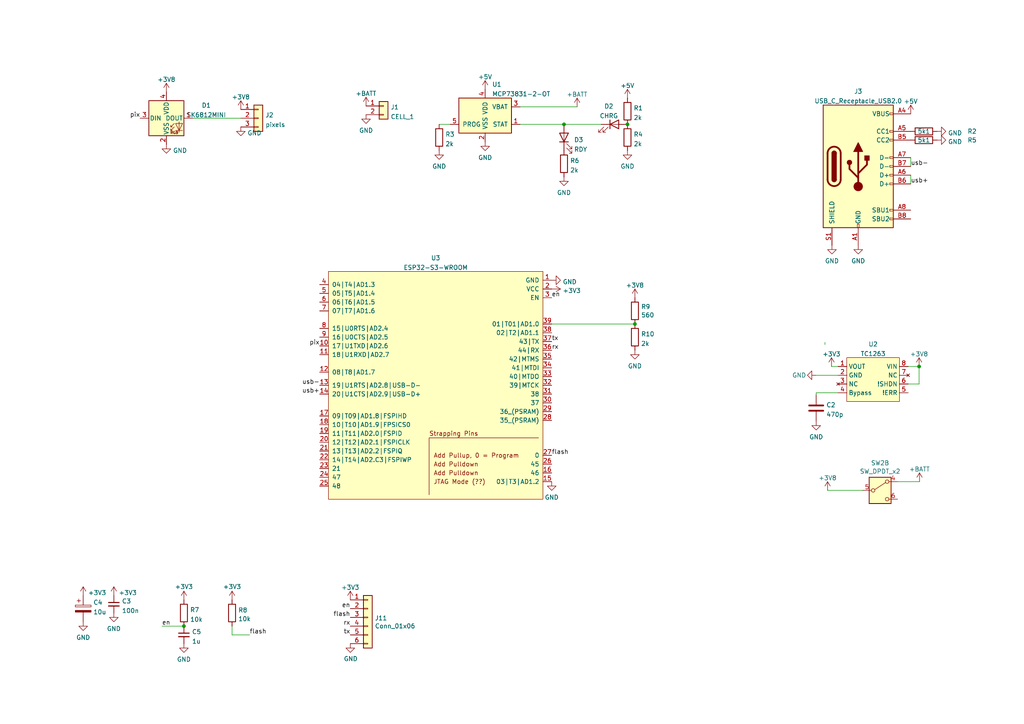
<source format=kicad_sch>
(kicad_sch (version 20231120) (generator "eeschema") (generator_version "8.0")
  (paper "A4")
  (lib_symbols
    (symbol "0_aaaaa_yeah:R" (pin_numbers hide) (pin_names (offset 0))
      (property "Reference" "R" (at 2.032 0 90))
      (property "Value" "R" (at 0 0 90))
      (symbol "R_0_1"
        (rectangle (start -1.016 -2.54) (end 1.016 2.54) (stroke (width 0.254)))
      )
      (symbol "R_1_1"
        (pin passive line (at 0 3.81 270) (length 1.27) (name "~") (number "1"))
        (pin passive line (at 0 -3.81 90) (length 1.27) (name "~") (number "2"))
      )
    )
    (symbol "AnymaLib-06:ESP32-S3-WROOM" (pin_names (offset 1.016))
      (property "Reference" "U" (at -29.21 -35.56 0))
      (property "Value" "ESP32-S3-WROOM" (at 0 34.29 0))
      (symbol "ESP32-S3-WROOM_0_0"
        (text "Add Pulldown" (at -1.27 -25.4 0) (effects (font (size 1.27 1.27)) (justify left)))
        (text "Add Pulldown" (at -1.27 -22.86 0) (effects (font (size 1.27 1.27)) (justify left)))
        (text "Add Pullup, 0 = Program" (at -1.27 -20.32 0) (effects (font (size 1.27 1.27)) (justify left)))
        (text "JTAG Mode (??)" (at -1.27 -27.94 0) (effects (font (size 1.27 1.27)) (justify left)))
        (text "Strapping Pins" (at -2.54 -13.97 0) (effects (font (size 1.27 1.27)) (justify left)))
      )
      (symbol "ESP32-S3-WROOM_0_1"
        (rectangle (start -31.75 33.02) (end 30.48 -33.02) (stroke (width 0.1524)) (fill (type background)))
        (polyline (pts (xy 29.21 -15.24) (xy -2.54 -15.24) (xy -2.54 -31.75)) (stroke (width 0.1524)))
      )
      (symbol "ESP32-S3-WROOM_1_1"
        (pin input line (at 33.02 30.48 180) (length 2.54) (name "GND") (number "1"))
        (pin input line (at -34.29 11.43 0) (length 2.54) (name "17|U1TXD|AD2.6") (number "10"))
        (pin input line (at -34.29 8.89 0) (length 2.54) (name "18|U1RXD|AD2.7") (number "11"))
        (pin input line (at -34.29 3.81 0) (length 2.54) (name "08|T8|AD1.7") (number "12"))
        (pin input line (at -34.29 0 0) (length 2.54) (name "19|U1RTS|AD2.8|USB-D-") (number "13"))
        (pin input line (at -34.29 -2.54 0) (length 2.54) (name "20|U1CTS|AD2.9|USB-D+") (number "14"))
        (pin input line (at 33.02 -27.94 180) (length 2.54) (name "03|T3|AD1.2") (number "15"))
        (pin input line (at 33.02 -25.4 180) (length 2.54) (name "46") (number "16"))
        (pin input line (at -34.29 -8.89 0) (length 2.54) (name "09|T09|AD1.8|FSPIHD") (number "17"))
        (pin input line (at -34.29 -11.43 0) (length 2.54) (name "10|T10|AD1.9|FPSICS0") (number "18"))
        (pin input line (at -34.29 -13.97 0) (length 2.54) (name "11|T11|AD2.0|FSPID") (number "19"))
        (pin input line (at 33.02 27.94 180) (length 2.54) (name "VCC") (number "2"))
        (pin input line (at -34.29 -16.51 0) (length 2.54) (name "12|T12|AD2.1|FSPICLK") (number "20"))
        (pin input line (at -34.29 -19.05 0) (length 2.54) (name "13|T13|AD2.2|FSPIQ") (number "21"))
        (pin input line (at -34.29 -21.59 0) (length 2.54) (name "14|T14|AD2.C3|FSPIWP") (number "22"))
        (pin input line (at -34.29 -24.13 0) (length 2.54) (name "21") (number "23"))
        (pin input line (at -34.29 -26.67 0) (length 2.54) (name "47") (number "24"))
        (pin input line (at -34.29 -29.21 0) (length 2.54) (name "48") (number "25"))
        (pin input line (at 33.02 -22.86 180) (length 2.54) (name "45") (number "26"))
        (pin input line (at 33.02 -20.32 180) (length 2.54) (name "0") (number "27"))
        (pin input line (at 33.02 -10.16 180) (length 2.54) (name "35_(PSRAM)") (number "28"))
        (pin input line (at 33.02 -7.62 180) (length 2.54) (name "36_(PSRAM)") (number "29"))
        (pin input line (at 33.02 25.4 180) (length 2.54) (name "EN") (number "3"))
        (pin input line (at 33.02 -5.08 180) (length 2.54) (name "37") (number "30"))
        (pin input line (at 33.02 -2.54 180) (length 2.54) (name "38") (number "31"))
        (pin input line (at 33.02 0 180) (length 2.54) (name "39|MTCK") (number "32"))
        (pin input line (at 33.02 2.54 180) (length 2.54) (name "40|MTDO") (number "33"))
        (pin input line (at 33.02 5.08 180) (length 2.54) (name "41|MTDI") (number "34"))
        (pin input line (at 33.02 7.62 180) (length 2.54) (name "42|MTMS") (number "35"))
        (pin input line (at 33.02 10.16 180) (length 2.54) (name "44|RX") (number "36"))
        (pin input line (at 33.02 12.7 180) (length 2.54) (name "43|TX") (number "37"))
        (pin input line (at 33.02 15.24 180) (length 2.54) (name "02|T2|AD1.1") (number "38"))
        (pin input line (at 33.02 17.78 180) (length 2.54) (name "01|T01|AD1.0") (number "39"))
        (pin input line (at -34.29 29.21 0) (length 2.54) (name "04|T4|AD1.3") (number "4"))
        (pin input line (at 33.02 30.48 180) (length 2.54) hide (name "GND") (number "40"))
        (pin input line (at 33.02 30.48 180) (length 2.54) hide (name "GND") (number "41"))
        (pin input line (at -34.29 26.67 0) (length 2.54) (name "05|T5|AD1.4") (number "5"))
        (pin input line (at -34.29 24.13 0) (length 2.54) (name "06|T6|AD1.5") (number "6"))
        (pin input line (at -34.29 21.59 0) (length 2.54) (name "07|T7|AD1.6") (number "7"))
        (pin input line (at -34.29 16.51 0) (length 2.54) (name "15|U0RTS|AD2.4") (number "8"))
        (pin input line (at -34.29 13.97 0) (length 2.54) (name "16|U0CTS|AD2.5") (number "9"))
      )
    )
    (symbol "AnymaLib-06:TC1263"
      (property "Reference" "U" (at 1.27 6.35 0))
      (property "Value" "TC1263" (at 0 -8.89 0))
      (symbol "TC1263_0_1"
        (rectangle (start -7.62 5.08) (end 7.62 -7.62) (stroke (width 0.1524)) (fill (type background)))
      )
      (symbol "TC1263_1_1"
        (pin power_out line (at -10.16 2.54 0) (length 2.54) (name "VOUT") (number "1"))
        (pin power_out line (at -10.16 0 0) (length 2.54) (name "GND") (number "2"))
        (pin no_connect line (at -10.16 -2.54 0) (length 2.54) (name "NC") (number "3"))
        (pin input line (at -10.16 -5.08 0) (length 2.54) (name "Bypass") (number "4"))
        (pin input line (at 10.16 -5.08 180) (length 2.54) (name "!ERR") (number "5"))
        (pin input line (at 10.16 -2.54 180) (length 2.54) (name "!SHDN") (number "6"))
        (pin no_connect line (at 10.16 0 180) (length 2.54) (name "NC") (number "7"))
        (pin power_in line (at 10.16 2.54 180) (length 2.54) (name "VIN") (number "8"))
      )
    )
    (symbol "Battery_Management:MCP73831-2-OT" (pin_names (offset 1.016))
      (property "Reference" "U" (at -7.62 6.35 0))
      (property "Value" "MCP73831-2-OT" (at 1.27 6.35 0))
      (symbol "MCP73831-2-OT_0_1"
        (rectangle (start -7.62 5.08) (end 7.62 -5.08) (stroke (width 0.254)) (fill (type background)))
      )
      (symbol "MCP73831-2-OT_1_1"
        (pin output line (at 10.16 -2.54 180) (length 2.54) (name "STAT") (number "1"))
        (pin power_in line (at 0 -7.62 90) (length 2.54) (name "VSS") (number "2"))
        (pin power_out line (at 10.16 2.54 180) (length 2.54) (name "VBAT") (number "3"))
        (pin power_in line (at 0 7.62 270) (length 2.54) (name "VDD") (number "4"))
        (pin input line (at -10.16 -2.54 0) (length 2.54) (name "PROG") (number "5"))
      )
    )
    (symbol "Connector:USB_C_Receptacle_USB2.0" (pin_names (offset 1.016))
      (property "Reference" "J" (at -10.16 19.05 0))
      (property "Value" "USB_C_Receptacle_USB2.0" (at 19.05 19.05 0))
      (symbol "USB_C_Receptacle_USB2.0_0_0"
        (rectangle (start -0.254 -17.78) (end 0.254 -16.764))
        (rectangle (start 10.16 -14.986) (end 9.144 -15.494))
        (rectangle (start 10.16 -12.446) (end 9.144 -12.954))
        (rectangle (start 10.16 -4.826) (end 9.144 -5.334))
        (rectangle (start 10.16 -2.286) (end 9.144 -2.794))
        (rectangle (start 10.16 0.254) (end 9.144 -0.254))
        (rectangle (start 10.16 2.794) (end 9.144 2.286))
        (rectangle (start 10.16 7.874) (end 9.144 7.366))
        (rectangle (start 10.16 10.414) (end 9.144 9.906))
        (rectangle (start 10.16 15.494) (end 9.144 14.986))
      )
      (symbol "USB_C_Receptacle_USB2.0_0_1"
        (rectangle (start -10.16 17.78) (end 10.16 -17.78) (stroke (width 0.254)) (fill (type background)))
        (arc (start -8.89 -3.81) (mid -6.985 -5.7066) (end -5.08 -3.81) (stroke (width 0.508)))
        (arc (start -7.62 -3.81) (mid -6.985 -4.4422) (end -6.35 -3.81) (stroke (width 0.254)))
        (arc (start -7.62 -3.81) (mid -6.985 -4.4422) (end -6.35 -3.81) (stroke (width 0.254)) (fill (type outline)))
        (rectangle (start -7.62 -3.81) (end -6.35 3.81) (stroke (width 0.254)) (fill (type outline)))
        (arc (start -6.35 3.81) (mid -6.985 4.4422) (end -7.62 3.81) (stroke (width 0.254)))
        (arc (start -6.35 3.81) (mid -6.985 4.4422) (end -7.62 3.81) (stroke (width 0.254)) (fill (type outline)))
        (arc (start -5.08 3.81) (mid -6.985 5.7066) (end -8.89 3.81) (stroke (width 0.508)))
        (circle (center -2.54 1.143) (radius 0.635) (stroke (width 0.254)) (fill (type outline)))
        (circle (center 0 -5.842) (radius 1.27) (fill (type outline)))
        (polyline (pts (xy -8.89 -3.81) (xy -8.89 3.81)) (stroke (width 0.508)))
        (polyline (pts (xy -5.08 3.81) (xy -5.08 -3.81)) (stroke (width 0.508)))
        (polyline (pts (xy 0 -5.842) (xy 0 4.318)) (stroke (width 0.508)))
        (polyline (pts (xy 0 -3.302) (xy -2.54 -0.762) (xy -2.54 0.508)) (stroke (width 0.508)))
        (polyline (pts (xy 0 -2.032) (xy 2.54 0.508) (xy 2.54 1.778)) (stroke (width 0.508)))
        (polyline (pts (xy -1.27 4.318) (xy 0 6.858) (xy 1.27 4.318) (xy -1.27 4.318)) (stroke (width 0.254)) (fill (type outline)))
        (rectangle (start 1.905 1.778) (end 3.175 3.048) (stroke (width 0.254)) (fill (type outline)))
      )
      (symbol "USB_C_Receptacle_USB2.0_1_1"
        (pin passive line (at 0 -22.86 90) (length 5.08) (name "GND") (number "A1"))
        (pin passive line (at 0 -22.86 90) (length 5.08) hide (name "GND") (number "A12"))
        (pin passive line (at 15.24 15.24 180) (length 5.08) (name "VBUS") (number "A4"))
        (pin bidirectional line (at 15.24 10.16 180) (length 5.08) (name "CC1") (number "A5"))
        (pin bidirectional line (at 15.24 -2.54 180) (length 5.08) (name "D+") (number "A6"))
        (pin bidirectional line (at 15.24 2.54 180) (length 5.08) (name "D-") (number "A7"))
        (pin bidirectional line (at 15.24 -12.7 180) (length 5.08) (name "SBU1") (number "A8"))
        (pin passive line (at 15.24 15.24 180) (length 5.08) hide (name "VBUS") (number "A9"))
        (pin passive line (at 0 -22.86 90) (length 5.08) hide (name "GND") (number "B1"))
        (pin passive line (at 0 -22.86 90) (length 5.08) hide (name "GND") (number "B12"))
        (pin passive line (at 15.24 15.24 180) (length 5.08) hide (name "VBUS") (number "B4"))
        (pin bidirectional line (at 15.24 7.62 180) (length 5.08) (name "CC2") (number "B5"))
        (pin bidirectional line (at 15.24 -5.08 180) (length 5.08) (name "D+") (number "B6"))
        (pin bidirectional line (at 15.24 0 180) (length 5.08) (name "D-") (number "B7"))
        (pin bidirectional line (at 15.24 -15.24 180) (length 5.08) (name "SBU2") (number "B8"))
        (pin passive line (at 15.24 15.24 180) (length 5.08) hide (name "VBUS") (number "B9"))
        (pin passive line (at -7.62 -22.86 90) (length 5.08) (name "SHIELD") (number "S1"))
      )
    )
    (symbol "Connector_Generic:Conn_01x02" (pin_names (offset 1.016) hide)
      (property "Reference" "J" (at 0 2.54 0))
      (property "Value" "Conn_01x02" (at 0 -5.08 0))
      (symbol "Conn_01x02_1_1"
        (rectangle (start -1.27 -2.413) (end 0 -2.667) (stroke (width 0.1524)))
        (rectangle (start -1.27 0.127) (end 0 -0.127) (stroke (width 0.1524)))
        (rectangle (start -1.27 1.27) (end 1.27 -3.81) (stroke (width 0.254)) (fill (type background)))
        (pin passive line (at -5.08 0 0) (length 3.81) (name "Pin_1") (number "1"))
        (pin passive line (at -5.08 -2.54 0) (length 3.81) (name "Pin_2") (number "2"))
      )
    )
    (symbol "Connector_Generic:Conn_01x03" (pin_names (offset 1.016) hide)
      (property "Reference" "J" (at 0 5.08 0))
      (property "Value" "Conn_01x03" (at 0 -5.08 0))
      (symbol "Conn_01x03_1_1"
        (rectangle (start -1.27 -2.413) (end 0 -2.667) (stroke (width 0.1524)))
        (rectangle (start -1.27 0.127) (end 0 -0.127) (stroke (width 0.1524)))
        (rectangle (start -1.27 2.667) (end 0 2.413) (stroke (width 0.1524)))
        (rectangle (start -1.27 3.81) (end 1.27 -3.81) (stroke (width 0.254)) (fill (type background)))
        (pin passive line (at -5.08 2.54 0) (length 3.81) (name "Pin_1") (number "1"))
        (pin passive line (at -5.08 0 0) (length 3.81) (name "Pin_2") (number "2"))
        (pin passive line (at -5.08 -2.54 0) (length 3.81) (name "Pin_3") (number "3"))
      )
    )
    (symbol "Connector_Generic:Conn_01x06" (pin_names (offset 1.016) hide)
      (property "Reference" "J" (at 0 7.62 0))
      (property "Value" "Conn_01x06" (at 0 -10.16 0))
      (symbol "Conn_01x06_1_1"
        (rectangle (start -1.27 -7.493) (end 0 -7.747) (stroke (width 0.1524)))
        (rectangle (start -1.27 -4.953) (end 0 -5.207) (stroke (width 0.1524)))
        (rectangle (start -1.27 -2.413) (end 0 -2.667) (stroke (width 0.1524)))
        (rectangle (start -1.27 0.127) (end 0 -0.127) (stroke (width 0.1524)))
        (rectangle (start -1.27 2.667) (end 0 2.413) (stroke (width 0.1524)))
        (rectangle (start -1.27 5.207) (end 0 4.953) (stroke (width 0.1524)))
        (rectangle (start -1.27 6.35) (end 1.27 -8.89) (stroke (width 0.254)) (fill (type background)))
        (pin passive line (at -5.08 5.08 0) (length 3.81) (name "Pin_1") (number "1"))
        (pin passive line (at -5.08 2.54 0) (length 3.81) (name "Pin_2") (number "2"))
        (pin passive line (at -5.08 0 0) (length 3.81) (name "Pin_3") (number "3"))
        (pin passive line (at -5.08 -2.54 0) (length 3.81) (name "Pin_4") (number "4"))
        (pin passive line (at -5.08 -5.08 0) (length 3.81) (name "Pin_5") (number "5"))
        (pin passive line (at -5.08 -7.62 0) (length 3.81) (name "Pin_6") (number "6"))
      )
    )
    (symbol "Device:C" (pin_numbers hide) (pin_names (offset 0.254))
      (property "Reference" "C" (at 0.635 2.54 0))
      (property "Value" "C" (at 0.635 -2.54 0))
      (symbol "C_0_1"
        (polyline (pts (xy -2.032 -0.762) (xy 2.032 -0.762)) (stroke (width 0.508)))
        (polyline (pts (xy -2.032 0.762) (xy 2.032 0.762)) (stroke (width 0.508)))
      )
      (symbol "C_1_1"
        (pin passive line (at 0 3.81 270) (length 2.794) (name "~") (number "1"))
        (pin passive line (at 0 -3.81 90) (length 2.794) (name "~") (number "2"))
      )
    )
    (symbol "Device:LED" (pin_numbers hide) (pin_names (offset 1.016) hide)
      (property "Reference" "D" (at 0 2.54 0))
      (property "Value" "LED" (at 0 -2.54 0))
      (symbol "LED_0_1"
        (polyline (pts (xy -1.27 -1.27) (xy -1.27 1.27)) (stroke (width 0.254)))
        (polyline (pts (xy -1.27 0) (xy 1.27 0)))
        (polyline (pts (xy 1.27 -1.27) (xy 1.27 1.27) (xy -1.27 0) (xy 1.27 -1.27)) (stroke (width 0.254)))
        (polyline (pts (xy -3.048 -0.762) (xy -4.572 -2.286) (xy -3.81 -2.286) (xy -4.572 -2.286) (xy -4.572 -1.524)))
        (polyline (pts (xy -1.778 -0.762) (xy -3.302 -2.286) (xy -2.54 -2.286) (xy -3.302 -2.286) (xy -3.302 -1.524)))
      )
      (symbol "LED_1_1"
        (pin passive line (at -3.81 0 0) (length 2.54) (name "K") (number "1"))
        (pin passive line (at 3.81 0 180) (length 2.54) (name "A") (number "2"))
      )
    )
    (symbol "Device:R" (pin_numbers hide) (pin_names (offset 0))
      (property "Reference" "R" (at 2.032 0 90))
      (property "Value" "R" (at 0 0 90))
      (symbol "R_0_1"
        (rectangle (start -1.016 -2.54) (end 1.016 2.54) (stroke (width 0.254)))
      )
      (symbol "R_1_1"
        (pin passive line (at 0 3.81 270) (length 1.27) (name "~") (number "1"))
        (pin passive line (at 0 -3.81 90) (length 1.27) (name "~") (number "2"))
      )
    )
    (symbol "Switch:SW_DPDT_x2" (pin_names (offset 0) hide)
      (property "Reference" "SW" (at 0 5.08 0))
      (property "Value" "SW_DPDT_x2" (at 0 -5.08 0))
      (symbol "SW_DPDT_x2_0_0"
        (circle (center -2.032 0) (radius 0.508))
        (circle (center 2.032 -2.54) (radius 0.508))
      )
      (symbol "SW_DPDT_x2_0_1"
        (rectangle (start -3.175 3.81) (end 3.175 -3.81) (stroke (width 0.254)) (fill (type background)))
        (polyline (pts (xy -1.524 0.254) (xy 1.5748 2.286)))
        (circle (center 2.032 2.54) (radius 0.508))
      )
      (symbol "SW_DPDT_x2_1_1"
        (pin passive line (at 5.08 2.54 180) (length 2.54) (name "A") (number "1"))
        (pin passive line (at -5.08 0 0) (length 2.54) (name "B") (number "2"))
        (pin passive line (at 5.08 -2.54 180) (length 2.54) (name "C") (number "3"))
      )
      (symbol "SW_DPDT_x2_2_1"
        (pin passive line (at 5.08 2.54 180) (length 2.54) (name "A") (number "4"))
        (pin passive line (at -5.08 0 0) (length 2.54) (name "B") (number "5"))
        (pin passive line (at 5.08 -2.54 180) (length 2.54) (name "C") (number "6"))
      )
    )
    (symbol "nime2020-library:CP" (pin_numbers hide) (pin_names (offset 0.254))
      (property "Reference" "C" (at 0.635 2.54 0))
      (property "Value" "CP" (at 0.635 -2.54 0))
      (symbol "CP_0_1"
        (rectangle (start -2.286 0.508) (end 2.286 1.016))
        (polyline (pts (xy -1.778 2.286) (xy -0.762 2.286)))
        (polyline (pts (xy -1.27 2.794) (xy -1.27 1.778)))
        (rectangle (start 2.286 -0.508) (end -2.286 -1.016) (fill (type outline)))
      )
      (symbol "CP_1_1"
        (pin passive line (at 0 3.81 270) (length 2.794) (name "~") (number "1"))
        (pin passive line (at 0 -3.81 90) (length 2.794) (name "~") (number "2"))
      )
    )
    (symbol "power:+3V3" (power) (pin_names (offset 0))
      (property "Value" "+3V3" (at 0 3.556 0))
      (symbol "+3V3_0_1"
        (polyline (pts (xy -0.762 1.27) (xy 0 2.54)))
        (polyline (pts (xy 0 0) (xy 0 2.54)))
        (polyline (pts (xy 0 2.54) (xy 0.762 1.27)))
      )
      (symbol "+3V3_1_1"
        (pin power_in line (at 0 0 90) (length 0) hide (name "+3V3") (number "1"))
      )
    )
    (symbol "power:+3V8" (power) (pin_names (offset 0))
      (property "Value" "+3V8" (at 0 3.556 0))
      (symbol "+3V8_0_1"
        (polyline (pts (xy -0.762 1.27) (xy 0 2.54)))
        (polyline (pts (xy 0 0) (xy 0 2.54)))
        (polyline (pts (xy 0 2.54) (xy 0.762 1.27)))
      )
      (symbol "+3V8_1_1"
        (pin power_in line (at 0 0 90) (length 0) hide (name "+3V8") (number "1"))
      )
    )
    (symbol "power:+5V" (power) (pin_names (offset 0))
      (property "Value" "+5V" (at 0 3.556 0))
      (symbol "+5V_0_1"
        (polyline (pts (xy -0.762 1.27) (xy 0 2.54)))
        (polyline (pts (xy 0 0) (xy 0 2.54)))
        (polyline (pts (xy 0 2.54) (xy 0.762 1.27)))
      )
      (symbol "+5V_1_1"
        (pin power_in line (at 0 0 90) (length 0) hide (name "+5V") (number "1"))
      )
    )
    (symbol "power:+BATT" (power) (pin_names (offset 0))
      (property "Value" "+BATT" (at 0 3.556 0))
      (symbol "+BATT_0_1"
        (polyline (pts (xy -0.762 1.27) (xy 0 2.54)))
        (polyline (pts (xy 0 0) (xy 0 2.54)))
        (polyline (pts (xy 0 2.54) (xy 0.762 1.27)))
      )
      (symbol "+BATT_1_1"
        (pin power_in line (at 0 0 90) (length 0) hide (name "+BATT") (number "1"))
      )
    )
    (symbol "power:GND" (power) (pin_names (offset 0))
      (property "Value" "GND" (at 0 -3.81 0))
      (symbol "GND_0_1"
        (polyline (pts (xy 0 0) (xy 0 -1.27) (xy 1.27 -1.27) (xy 0 -2.54) (xy -1.27 -1.27) (xy 0 -1.27)))
      )
      (symbol "GND_1_1"
        (pin power_in line (at 0 0 270) (length 0) hide (name "GND") (number "1"))
      )
    )
    (symbol "synkie_symbols:C_Small" (pin_numbers hide) (pin_names (offset 0.254) hide)
      (property "Reference" "C" (at 0.254 1.778 0))
      (property "Value" "C_Small" (at 0.254 -2.032 0))
      (symbol "C_Small_0_1"
        (polyline (pts (xy -1.524 -0.508) (xy 1.524 -0.508)) (stroke (width 0.3302)))
        (polyline (pts (xy -1.524 0.508) (xy 1.524 0.508)) (stroke (width 0.3048)))
      )
      (symbol "C_Small_1_1"
        (pin passive line (at 0 2.54 270) (length 2.032) (name "~") (number "1"))
        (pin passive line (at 0 -2.54 90) (length 2.032) (name "~") (number "2"))
      )
    )
    (symbol "synkie_symbols:SK6812MINI" (pin_names (offset 0.254))
      (property "Reference" "D" (at 5.08 5.715 0))
      (property "Value" "SK6812MINI" (at 1.27 -5.715 0))
      (symbol "SK6812MINI_0_0"
        (text "RGB" (at 2.286 -4.191 0) (effects (font (size 0.762 0.762))))
      )
      (symbol "SK6812MINI_0_1"
        (polyline (pts (xy 1.27 -3.556) (xy 1.778 -3.556)))
        (polyline (pts (xy 1.27 -2.54) (xy 1.778 -2.54)))
        (polyline (pts (xy 4.699 -3.556) (xy 2.667 -3.556)))
        (polyline (pts (xy 2.286 -2.54) (xy 1.27 -3.556) (xy 1.27 -3.048)))
        (polyline (pts (xy 2.286 -1.524) (xy 1.27 -2.54) (xy 1.27 -2.032)))
        (polyline (pts (xy 3.683 -1.016) (xy 3.683 -3.556) (xy 3.683 -4.064)))
        (polyline (pts (xy 4.699 -1.524) (xy 2.667 -1.524) (xy 3.683 -3.556) (xy 4.699 -1.524)))
        (rectangle (start 5.08 5.08) (end -5.08 -5.08) (stroke (width 0.254)) (fill (type background)))
      )
      (symbol "SK6812MINI_1_1"
        (pin output line (at 7.62 0 180) (length 2.54) (name "DOUT") (number "1"))
        (pin power_in line (at 0 -7.62 90) (length 2.54) (name "VSS") (number "2"))
        (pin input line (at -7.62 0 0) (length 2.54) (name "DIN") (number "3"))
        (pin power_in line (at 0 7.62 270) (length 2.54) (name "VDD") (number "4"))
      )
    )
  )
  (junction (at 181.991 36.068))
  (junction (at 184.15 93.98))
  (junction (at 163.576 36.068))
  (junction (at 266.573 106.299))
  (junction (at 53.34 181.61))
  (wire (pts (xy 260.35 139.7) (xy 266.7 139.7)))
  (wire (pts (xy 239.268 99.949) (xy 239.268 99.314)))
  (wire (pts (xy 236.728 113.919) (xy 236.728 114.554)))
  (wire (pts (xy 127.381 36.068) (xy 130.556 36.068)))
  (wire (pts (xy 150.876 36.068) (xy 163.576 36.068)))
  (wire (pts (xy 264.16 50.8) (xy 264.16 53.34)))
  (wire (pts (xy 67.31 184.15) (xy 67.31 181.61)))
  (wire (pts (xy 160.02 93.98) (xy 184.15 93.98)))
  (wire (pts (xy 55.88 34.29) (xy 69.85 34.29)))
  (wire (pts (xy 72.39 184.15) (xy 67.31 184.15)))
  (wire (pts (xy 240.03 142.24) (xy 250.19 142.24)))
  (wire (pts (xy 236.728 108.839) (xy 243.078 108.839)))
  (wire (pts (xy 46.99 181.61) (xy 53.34 181.61)))
  (wire (pts (xy 263.398 106.299) (xy 266.573 106.299)))
  (wire (pts (xy 263.398 111.379) (xy 266.573 111.379)))
  (wire (pts (xy 243.078 113.919) (xy 236.728 113.919)))
  (wire (pts (xy 266.573 111.379) (xy 266.573 106.299)))
  (wire (pts (xy 264.16 45.72) (xy 264.16 48.26)))
  (wire (pts (xy 163.576 36.068) (xy 174.371 36.068)))
  (wire (pts (xy 241.173 106.299) (xy 243.078 106.299)))
  (wire (pts (xy 150.876 30.988) (xy 167.386 30.988)))
  (label "en" (at 160.02 86.36 0))
  (label "en" (at 101.6 176.53 180))
  (label "usb+" (at 92.71 114.3 180))
  (label "rx" (at 160.02 101.6 0))
  (label "flash" (at 101.6 179.07 180))
  (label "flash" (at 160.02 132.08 0))
  (label "en" (at 46.99 181.61 0))
  (label "usb-" (at 264.16 48.26 0))
  (label "tx" (at 160.02 99.06 0))
  (label "usb+" (at 264.16 53.34 0))
  (label "flash" (at 72.39 184.15 0))
  (label "pix" (at 92.71 100.33 180))
  (label "usb-" (at 92.71 111.76 180))
  (label "rx" (at 101.6 181.61 180))
  (label "tx" (at 101.6 184.15 180))
  (label "pix" (at 40.64 34.29 180))
  (symbol (lib_id "power:GND") (at 248.92 71.12 0) (unit 1)
    (property "Reference" "#PWR020" (effects (hide yes)))
    (property "Value" "GND" (at 248.92 75.6825 0))
  )
  (symbol (lib_id "power:GND") (at 160.02 139.7 0) (unit 1)
    (property "Reference" "#PWR042" (effects (hide yes)))
    (property "Value" "GND" (at 160.02 144.2625 0))
  )
  (symbol (lib_id "power:+5V") (at 264.16 33.02 0) (unit 1)
    (property "Reference" "#PWR08" (effects (hide yes)))
    (property "Value" "+5V" (at 264.16 29.4155 0))
  )
  (symbol (lib_id "synkie_symbols:SK6812MINI") (at 48.26 34.29 0) (unit 1)
    (property "Reference" "D1" (at 59.8359 30.5648 0))
    (property "Value" "SK6812MINI" (at 59.8359 33.3399 0))
    (property "Footprint" "Anyma06:SK6812-MINI-HS" (effects (hide yes)))
    (property "Datasheet" "https://cdn-shop.adafruit.com/product-files/2686/SK6812MINI_REV.01-1-2.pdf" (effects (hide yes)))
  )
  (symbol (lib_id "power:+5V") (at 181.991 28.448 0) (unit 1)
    (property "Reference" "#PWR03" (effects (hide yes)))
    (property "Value" "+5V" (at 181.991 24.8435 0))
  )
  (symbol (lib_id "power:GND") (at 24.13 180.34 0) (unit 1)
    (property "Reference" "#PWR052" (effects (hide yes)))
    (property "Value" "GND" (at 24.13 184.9025 0))
  )
  (symbol (lib_id "power:GND") (at 163.576 51.308 0) (unit 1)
    (property "Reference" "#PWR018" (effects (hide yes)))
    (property "Value" "GND" (at 163.576 55.8705 0))
  )
  (symbol (lib_id "0_aaaaa_yeah:R") (at 267.97 38.1 90) (unit 1)
    (property "Reference" "R2" (at 281.94 38.1 90))
    (property "Value" "5k1" (at 267.97 38.1 90))
    (property "Footprint" "synkie_footprints:R_0805_2012Metric_Pad1.15x1.40mm_HandSolder" (effects (hide yes)))
  )
  (symbol (lib_id "power:+3V3") (at 53.34 173.99 0) (unit 1)
    (property "Reference" "#PWR048" (effects (hide yes)))
    (property "Value" "+3V3" (at 53.34 170.18 0))
  )
  (symbol (lib_id "power:GND") (at 101.6 186.69 0) (unit 1)
    (property "Reference" "#PWR054" (effects (hide yes)))
    (property "Value" "GND" (at 101.727 191.0842 0))
  )
  (symbol (lib_id "power:+3V8") (at 184.15 86.36 0) (unit 1)
    (property "Reference" "#PWR021" (effects (hide yes)))
    (property "Value" "+3V8" (at 184.15 82.7555 0))
  )
  (symbol (lib_id "0_aaaaa_yeah:R") (at 184.15 97.79 0) (unit 1)
    (property "Reference" "R10" (at 185.928 96.8815 0) (effects (justify left)))
    (property "Value" "2k" (at 185.928 99.6566 0) (effects (justify left)))
    (property "Footprint" "synkie_footprints:R_0805_2012Metric_Pad1.15x1.40mm_HandSolder" (effects (hide yes)))
  )
  (symbol (lib_id "power:GND") (at 181.991 43.688 0) (unit 1)
    (property "Reference" "#PWR017" (effects (hide yes)))
    (property "Value" "GND" (at 181.991 48.2505 0))
  )
  (symbol (lib_id "power:+3V8") (at 240.03 142.24 0) (unit 1)
    (property "Reference" "#PWR040" (effects (hide yes)))
    (property "Value" "+3V8" (at 240.03 138.6355 0))
  )
  (symbol (lib_id "power:+3V3") (at 101.6 173.99 0) (unit 1)
    (property "Reference" "#PWR050" (effects (hide yes)))
    (property "Value" "+3V3" (at 101.6 170.3855 0))
  )
  (symbol (lib_id "power:+3V8") (at 48.26 26.67 0) (unit 1)
    (property "Reference" "#PWR02" (effects (hide yes)))
    (property "Value" "+3V8" (at 48.26 23.0655 0))
  )
  (symbol (lib_id "Switch:SW_DPDT_x2") (at 255.27 142.24 0) (unit 2)
    (property "Reference" "SW2" (at 255.27 134.2855 0))
    (property "Value" "SW_DPDT_x2" (at 255.27 136.7098 0))
    (property "Footprint" "Anyma06:JS202011SCQN" (effects (hide yes)))
    (property "Description" "Switch, dual pole double throw, separate symbols" (effects (hide yes)))
  )
  (symbol (lib_id "Connector_Generic:Conn_01x02") (at 111.252 30.734 0) (unit 1)
    (property "Reference" "J1" (at 113.284 31.0955 0) (effects (justify left)))
    (property "Value" "CELL_1" (at 113.284 33.8706 0) (effects (justify left)))
    (property "Footprint" "Connector_PinHeader_2.54mm:PinHeader_1x02_P2.54mm_Vertical" (effects (hide yes)))
  )
  (symbol (lib_id "0_aaaaa_yeah:R") (at 67.31 177.8 0) (unit 1)
    (property "Reference" "R8" (at 69.088 176.9653 0) (effects (justify left)))
    (property "Value" "10k" (at 69.088 179.5022 0) (effects (justify left)))
    (property "Footprint" "synkie_footprints:R_0805_2012Metric_Pad1.15x1.40mm_HandSolder" (effects (hide yes)))
  )
  (symbol (lib_id "power:+BATT") (at 167.386 30.988 0) (unit 1)
    (property "Reference" "#PWR06" (effects (hide yes)))
    (property "Value" "+BATT" (at 167.386 27.3835 0))
  )
  (symbol (lib_id "Device:R") (at 53.34 177.8 0) (unit 1)
    (property "Reference" "R7" (at 55.118 176.8915 0) (effects (justify left)))
    (property "Value" "10k" (at 55.118 179.6666 0) (effects (justify left)))
    (property "Footprint" "synkie_footprints:R_0805_2012Metric_Pad1.15x1.40mm_HandSolder" (effects (hide yes)))
  )
  (symbol (lib_id "Connector:USB_C_Receptacle_USB2.0") (at 248.92 48.26 0) (unit 1)
    (property "Reference" "J3" (at 248.92 26.5135 0))
    (property "Value" "USB_C_Receptacle_USB2.0" (at 248.92 29.2886 0))
    (property "Footprint" "synkie_footprints:JAE_USB-C_SJ122205" (effects (hide yes)))
    (property "Datasheet" "https://www.usb.org/sites/default/files/documents/usb_type-c.zip" (effects (hide yes)))
  )
  (symbol (lib_id "power:+3V3") (at 241.173 106.299 0) (unit 1)
    (property "Reference" "#PWR028" (effects (hide yes)))
    (property "Value" "+3V3" (at 241.173 102.6945 0))
  )
  (symbol (lib_id "power:+5V") (at 140.716 25.908 0) (unit 1)
    (property "Reference" "#PWR01" (effects (hide yes)))
    (property "Value" "+5V" (at 140.716 22.3035 0))
  )
  (symbol (lib_id "power:GND") (at 53.34 186.69 0) (unit 1)
    (property "Reference" "#PWR053" (effects (hide yes)))
    (property "Value" "GND" (at 53.34 191.2525 0))
  )
  (symbol (lib_id "0_aaaaa_yeah:R") (at 184.15 90.17 0) (unit 1)
    (property "Reference" "R9" (at 185.928 88.9578 0) (effects (justify left)))
    (property "Value" "560" (at 185.928 91.3821 0) (effects (justify left)))
    (property "Footprint" "synkie_footprints:R_0805_2012Metric_Pad1.15x1.40mm_HandSolder" (effects (hide yes)))
  )
  (symbol (lib_id "AnymaLib-06:TC1263") (at 253.238 108.839 0) (unit 1)
    (property "Reference" "U2" (at 253.238 99.8433 0))
    (property "Value" "TC1263" (at 253.238 102.6184 0))
    (property "Footprint" "synkie_footprints:SOIC-8_3.9x4.9mm_P1.27mm" (effects (hide yes)))
  )
  (symbol (lib_id "Connector_Generic:Conn_01x06") (at 106.68 179.07 0) (unit 1)
    (property "Reference" "J11" (at 108.712 179.2732 0) (effects (justify left)))
    (property "Value" "Conn_01x06" (at 108.712 181.5846 0) (effects (justify left)))
    (property "Footprint" "Anyma06:AnymaPOGO-ESP" (effects (hide yes)))
  )
  (symbol (lib_id "power:GND") (at 127.381 43.688 0) (unit 1)
    (property "Reference" "#PWR016" (effects (hide yes)))
    (property "Value" "GND" (at 127.381 48.2505 0))
  )
  (symbol (lib_id "power:GND") (at 48.26 41.91 0) (unit 1)
    (property "Reference" "#PWR015" (effects (hide yes)))
    (property "Value" "GND" (at 50.165 43.659 0) (effects (justify left)))
  )
  (symbol (lib_id "power:GND") (at 160.02 81.28 90) (unit 1)
    (property "Reference" "#PWR022" (effects (hide yes)))
    (property "Value" "GND" (at 163.195 81.759 90) (effects (justify right)))
  )
  (symbol (lib_id "power:+3V8") (at 69.85 31.75 0) (unit 1)
    (property "Reference" "#PWR07" (effects (hide yes)))
    (property "Value" "+3V8" (at 69.85 28.1455 0))
  )
  (symbol (lib_id "0_aaaaa_yeah:R") (at 181.991 32.258 0) (unit 1)
    (property "Reference" "R1" (at 183.769 31.3495 0) (effects (justify left)))
    (property "Value" "2k" (at 183.769 34.1246 0) (effects (justify left)))
    (property "Footprint" "synkie_footprints:R_0805_2012Metric_Pad1.15x1.40mm_HandSolder" (effects (hide yes)))
  )
  (symbol (lib_id "0_aaaaa_yeah:R") (at 267.97 40.64 90) (unit 1)
    (property "Reference" "R5" (at 281.94 40.64 90))
    (property "Value" "5k1" (at 267.97 40.64 90))
    (property "Footprint" "synkie_footprints:R_0805_2012Metric_Pad1.15x1.40mm_HandSolder" (effects (hide yes)))
  )
  (symbol (lib_id "0_aaaaa_yeah:R") (at 163.576 47.498 0) (unit 1)
    (property "Reference" "R6" (at 165.354 46.5895 0) (effects (justify left)))
    (property "Value" "2k" (at 165.354 49.3646 0) (effects (justify left)))
    (property "Footprint" "synkie_footprints:R_0805_2012Metric_Pad1.15x1.40mm_HandSolder" (effects (hide yes)))
  )
  (symbol (lib_id "power:GND") (at 140.716 41.148 0) (unit 1)
    (property "Reference" "#PWR014" (effects (hide yes)))
    (property "Value" "GND" (at 140.716 45.7105 0))
  )
  (symbol (lib_id "power:GND") (at 33.02 177.8 0) (unit 1)
    (property "Reference" "#PWR051" (effects (hide yes)))
    (property "Value" "GND" (at 33.02 182.3625 0))
  )
  (symbol (lib_id "power:GND") (at 236.728 108.839 270) (unit 1)
    (property "Reference" "#PWR030" (effects (hide yes)))
    (property "Value" "GND" (at 229.743 108.839 90) (effects (justify left)))
  )
  (symbol (lib_id "synkie_symbols:C_Small") (at 33.02 175.26 0) (unit 1)
    (property "Reference" "C3" (at 35.3441 174.3578 0) (effects (justify left)))
    (property "Value" "100n" (at 35.3441 177.1329 0) (effects (justify left)))
    (property "Footprint" "synkie_footprints:C_0603_1608Metric_Pad1.05x0.95mm_HandSolder" (effects (hide yes)))
  )
  (symbol (lib_id "0_aaaaa_yeah:R") (at 181.991 39.878 0) (unit 1)
    (property "Reference" "R4" (at 183.769 38.9695 0) (effects (justify left)))
    (property "Value" "2k" (at 183.769 41.7446 0) (effects (justify left)))
    (property "Footprint" "synkie_footprints:R_0805_2012Metric_Pad1.15x1.40mm_HandSolder" (effects (hide yes)))
  )
  (symbol (lib_id "power:+3V3") (at 67.31 173.99 0) (unit 1)
    (property "Reference" "#PWR049" (effects (hide yes)))
    (property "Value" "+3V3" (at 67.31 170.18 0))
  )
  (symbol (lib_id "power:GND") (at 271.78 40.64 90) (unit 1)
    (property "Reference" "#PWR013" (effects (hide yes)))
    (property "Value" "GND" (at 274.955 41.119 90) (effects (justify right)))
  )
  (symbol (lib_id "0_aaaaa_yeah:R") (at 127.381 39.878 0) (unit 1)
    (property "Reference" "R3" (at 129.159 38.9695 0) (effects (justify left)))
    (property "Value" "2k" (at 129.159 41.7446 0) (effects (justify left)))
    (property "Footprint" "synkie_footprints:R_0805_2012Metric_Pad1.15x1.40mm_HandSolder" (effects (hide yes)))
  )
  (symbol (lib_id "power:GND") (at 184.15 101.6 0) (unit 1)
    (property "Reference" "#PWR024" (effects (hide yes)))
    (property "Value" "GND" (at 184.15 106.1625 0))
  )
  (symbol (lib_id "power:GND") (at 69.85 36.83 0) (unit 1)
    (property "Reference" "#PWR011" (effects (hide yes)))
    (property "Value" "GND" (at 71.755 38.579 0) (effects (justify left)))
  )
  (symbol (lib_id "power:+BATT") (at 106.172 30.734 0) (unit 1)
    (property "Reference" "#PWR05" (effects (hide yes)))
    (property "Value" "+BATT" (at 106.172 27.1295 0))
  )
  (symbol (lib_id "power:+3V3") (at 33.02 172.72 0) (unit 1)
    (property "Reference" "#PWR047" (effects (hide yes)))
    (property "Value" "+3V3" (at 34.417 171.929 0) (effects (justify left)))
  )
  (symbol (lib_id "nime2020-library:CP") (at 24.13 176.53 0) (unit 1)
    (property "Reference" "C4" (at 27.051 174.7325 0) (effects (justify left)))
    (property "Value" "10u" (at 27.051 177.5076 0) (effects (justify left)))
    (property "Footprint" "synkie_footprints:C_1206_3216Metric_Pad1.42x1.75mm_HandSolder" (effects (hide yes)))
  )
  (symbol (lib_id "power:+3V3") (at 24.13 172.72 0) (unit 1)
    (property "Reference" "#PWR046" (effects (hide yes)))
    (property "Value" "+3V3" (at 25.527 171.929 0) (effects (justify left)))
  )
  (symbol (lib_id "power:+BATT") (at 266.7 139.7 0) (unit 1)
    (property "Reference" "#PWR041" (effects (hide yes)))
    (property "Value" "+BATT" (at 266.7 136.0955 0))
  )
  (symbol (lib_id "AnymaLib-06:ESP32-S3-WROOM") (at 127 111.76 0) (unit 1)
    (property "Reference" "U3" (at 126.365 74.8243 0))
    (property "Value" "ESP32-S3-WROOM" (at 126.365 77.5994 0))
    (property "Footprint" "2022_midi_controller:ESP32-S3-WROOM" (effects (hide yes)))
  )
  (symbol (lib_id "Battery_Management:MCP73831-2-OT") (at 140.716 33.528 0) (unit 1)
    (property "Reference" "U1" (at 142.7354 24.4815 0) (effects (justify left)))
    (property "Value" "MCP73831-2-OT" (at 142.7354 27.2566 0) (effects (justify left)))
    (property "Footprint" "Package_TO_SOT_SMD:SOT-23-5" (effects (hide yes)))
    (property "Datasheet" "http://ww1.microchip.com/downloads/en/DeviceDoc/20001984g.pdf" (effects (hide yes)))
  )
  (symbol (lib_id "power:+3V8") (at 266.573 106.299 0) (unit 1)
    (property "Reference" "#PWR029" (effects (hide yes)))
    (property "Value" "+3V8" (at 266.573 102.6945 0))
  )
  (symbol (lib_id "power:GND") (at 236.728 122.174 0) (unit 1)
    (property "Reference" "#PWR034" (effects (hide yes)))
    (property "Value" "GND" (at 236.728 126.7365 0))
  )
  (symbol (lib_id "Device:C") (at 236.728 118.364 0) (unit 1)
    (property "Reference" "C2" (at 239.649 117.4555 0) (effects (justify left)))
    (property "Value" "470p" (at 239.649 120.2306 0) (effects (justify left)))
    (property "Footprint" "synkie_footprints:C_0805_2012Metric_Pad1.15x1.40mm_HandSolder" (effects (hide yes)))
  )
  (symbol (lib_id "Device:LED") (at 178.181 36.068 0) (unit 1)
    (property "Reference" "D2" (at 176.5935 30.8315 0))
    (property "Value" "CHRG" (at 176.5935 33.6066 0))
    (property "Footprint" "LED_SMD:LED_0805_2012Metric" (effects (hide yes)))
  )
  (symbol (lib_id "power:GND") (at 106.172 33.274 0) (unit 1)
    (property "Reference" "#PWR09" (effects (hide yes)))
    (property "Value" "GND" (at 106.172 37.8365 0))
  )
  (symbol (lib_id "power:GND") (at 241.3 71.12 0) (unit 1)
    (property "Reference" "#PWR019" (effects (hide yes)))
    (property "Value" "GND" (at 241.3 75.6825 0))
  )
  (symbol (lib_id "Device:LED") (at 163.576 39.878 90) (unit 1)
    (property "Reference" "D3" (at 166.497 40.557 90) (effects (justify right)))
    (property "Value" "RDY" (at 166.497 43.3321 90) (effects (justify right)))
    (property "Footprint" "LED_SMD:LED_0805_2012Metric" (effects (hide yes)))
  )
  (symbol (lib_id "power:GND") (at 271.78 38.1 90) (unit 1)
    (property "Reference" "#PWR012" (effects (hide yes)))
    (property "Value" "GND" (at 274.955 38.579 90) (effects (justify right)))
  )
  (symbol (lib_id "Connector_Generic:Conn_01x03") (at 74.93 34.29 0) (unit 1)
    (property "Reference" "J2" (at 76.962 33.3815 0) (effects (justify left)))
    (property "Value" "pixels" (at 76.962 36.1566 0) (effects (justify left)))
    (property "Footprint" "Connector_PinHeader_2.54mm:PinHeader_1x03_P2.54mm_Vertical" (effects (hide yes)))
  )
  (symbol (lib_id "power:+3V3") (at 160.02 83.82 270) (unit 1)
    (property "Reference" "#PWR023" (effects (hide yes)))
    (property "Value" "+3V3" (at 163.195 84.299 90) (effects (justify left)))
  )
  (symbol (lib_id "synkie_symbols:C_Small") (at 53.34 184.15 0) (unit 1)
    (property "Reference" "C5" (at 55.6641 183.2478 0) (effects (justify left)))
    (property "Value" "1u" (at 55.6641 186.0229 0) (effects (justify left)))
    (property "Footprint" "synkie_footprints:C_0603_1608Metric_Pad1.05x0.95mm_HandSolder" (effects (hide yes)))
  )
)
</source>
